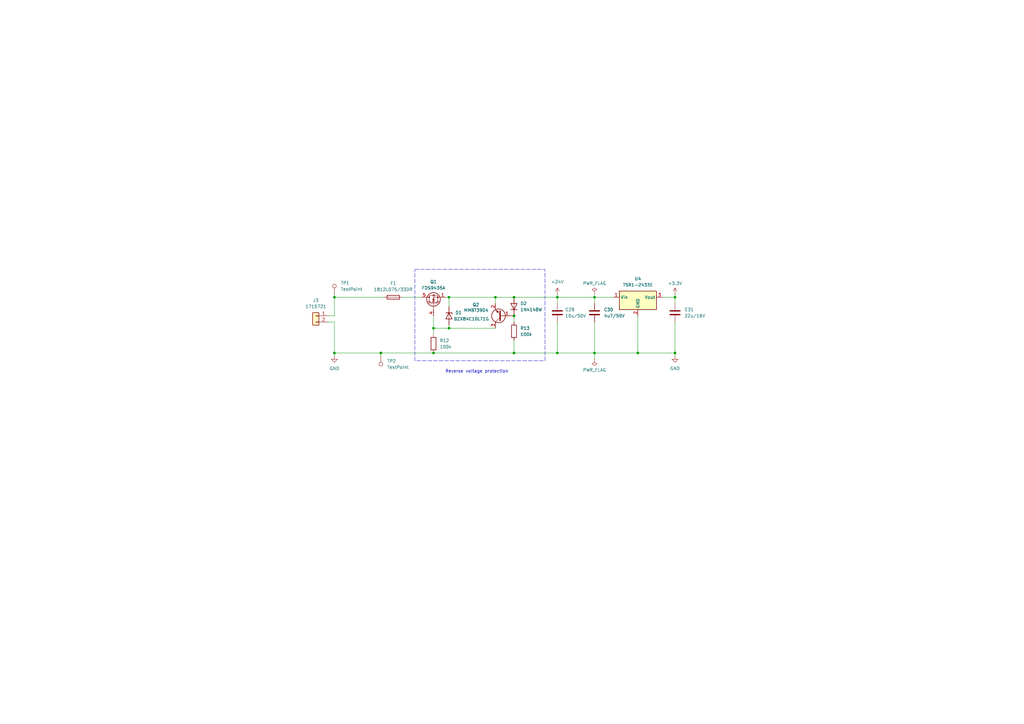
<source format=kicad_sch>
(kicad_sch (version 20250114) (generator "eeschema") (generator_version "9.0")
  (paper "A3")
  (lib_symbols
    (symbol "Connector:TestPoint" (pin_numbers (hide yes)) (pin_names (offset 0.762) (hide yes))
      (property "Reference" "TP" (at 0 6.858 0))
      (property "Value" "TestPoint" (at 0 5.08 0))
      (symbol "TestPoint_0_1"
        (circle (center 0 3.302) (radius 0.762))
      )
      (symbol "TestPoint_1_1"
        (pin passive line (at 0 0 90) (length 2.54) (name "1") (number "1"))
      )
    )
    (symbol "Connector_Generic:Conn_01x02" (pin_names (offset 1.016) (hide yes))
      (property "Reference" "J" (at 0 2.54 0))
      (property "Value" "Conn_01x02" (at 0 -5.08 0))
      (symbol "Conn_01x02_1_1"
        (rectangle (start -1.27 1.27) (end 1.27 -3.81) (stroke (width 0.254)) (fill (type background)))
        (rectangle (start -1.27 0.127) (end 0 -0.127) (stroke (width 0.1524)))
        (rectangle (start -1.27 -2.413) (end 0 -2.667) (stroke (width 0.1524)))
        (pin passive line (at -5.08 0 0) (length 3.81) (name "Pin_1") (number "1"))
        (pin passive line (at -5.08 -2.54 0) (length 3.81) (name "Pin_2") (number "2"))
      )
    )
    (symbol "Converter_DCDC:TSR1-2433E"
      (property "Reference" "U" (at -7.62 6.35 0))
      (property "Value" "TSR1-2433E" (at -3.81 6.35 0))
      (symbol "TSR1-2433E_0_1"
        (rectangle (start -7.62 5.08) (end 7.62 -2.54) (stroke (width 0.254)) (fill (type background)))
      )
      (symbol "TSR1-2433E_1_1"
        (pin power_in line (at -10.16 2.54 0) (length 2.54) (name "Vin") (number "1"))
        (pin power_in line (at 0 -5.08 90) (length 2.54) (name "GND") (number "2"))
        (pin power_out line (at 10.16 2.54 180) (length 2.54) (name "Vout") (number "3"))
      )
    )
    (symbol "Device:C" (pin_numbers (hide yes)) (pin_names (offset 0.254))
      (property "Reference" "C" (at 0.635 2.54 0))
      (property "Value" "C" (at 0.635 -2.54 0))
      (symbol "C_0_1"
        (polyline (pts (xy -2.032 0.762) (xy 2.032 0.762)) (stroke (width 0.508)))
        (polyline (pts (xy -2.032 -0.762) (xy 2.032 -0.762)) (stroke (width 0.508)))
      )
      (symbol "C_1_1"
        (pin passive line (at 0 3.81 270) (length 2.794) (name "~") (number "1"))
        (pin passive line (at 0 -3.81 90) (length 2.794) (name "~") (number "2"))
      )
    )
    (symbol "Device:Fuse" (pin_numbers (hide yes)) (pin_names (offset 0))
      (property "Reference" "F" (at 2.032 0 90))
      (property "Value" "Fuse" (at -1.905 0 90))
      (symbol "Fuse_0_1"
        (rectangle (start -0.762 -2.54) (end 0.762 2.54) (stroke (width 0.254)))
        (polyline (pts (xy 0 2.54) (xy 0 -2.54)))
      )
      (symbol "Fuse_1_1"
        (pin passive line (at 0 3.81 270) (length 1.27) (name "~") (number "1"))
        (pin passive line (at 0 -3.81 90) (length 1.27) (name "~") (number "2"))
      )
    )
    (symbol "Device:R" (pin_numbers (hide yes)) (pin_names (offset 0))
      (property "Reference" "R" (at 2.032 0 90))
      (property "Value" "R" (at 0 0 90))
      (symbol "R_0_1"
        (rectangle (start -1.016 -2.54) (end 1.016 2.54) (stroke (width 0.254)))
      )
      (symbol "R_1_1"
        (pin passive line (at 0 3.81 270) (length 1.27) (name "~") (number "1"))
        (pin passive line (at 0 -3.81 90) (length 1.27) (name "~") (number "2"))
      )
    )
    (symbol "Diode:1N4148W" (pin_numbers (hide yes)) (pin_names (hide yes))
      (property "Reference" "D" (at 0 2.54 0))
      (property "Value" "1N4148W" (at 0 -2.54 0))
      (symbol "1N4148W_0_1"
        (polyline (pts (xy -1.27 1.27) (xy -1.27 -1.27)) (stroke (width 0.254)))
        (polyline (pts (xy 1.27 1.27) (xy 1.27 -1.27) (xy -1.27 0) (xy 1.27 1.27)) (stroke (width 0.254)))
        (polyline (pts (xy 1.27 0) (xy -1.27 0)))
      )
      (symbol "1N4148W_1_1"
        (pin passive line (at -3.81 0 0) (length 2.54) (name "K") (number "1"))
        (pin passive line (at 3.81 0 180) (length 2.54) (name "A") (number "2"))
      )
    )
    (symbol "Diode:BZX84Cxx" (pin_numbers (hide yes)) (pin_names (hide yes))
      (property "Reference" "D" (at 0 3.81 0))
      (property "Value" "BZX84Cxx" (at 0 -3.81 0))
      (symbol "BZX84Cxx_0_1"
        (polyline (pts (xy -1.27 -1.27) (xy -1.27 1.27) (xy -0.762 1.27)) (stroke (width 0.254)))
        (polyline (pts (xy 1.27 0) (xy -1.27 0)))
        (polyline (pts (xy 1.27 -1.27) (xy 1.27 1.27) (xy -1.27 0) (xy 1.27 -1.27)) (stroke (width 0.254)))
      )
      (symbol "BZX84Cxx_1_1"
        (pin passive line (at -3.81 0 0) (length 2.54) (name "K") (number "3"))
        (pin no_connect line (at 1.27 0 180) (length 2.54) (hide yes) (name "NC") (number "2"))
        (pin passive line (at 3.81 0 180) (length 2.54) (name "A") (number "1"))
      )
    )
    (symbol "Transistor_BJT:MMBT3904" (pin_names (offset 0) (hide yes))
      (property "Reference" "Q" (at 5.08 1.905 0))
      (property "Value" "MMBT3904" (at 5.08 0 0))
      (symbol "MMBT3904_0_1"
        (polyline (pts (xy 0.635 1.905) (xy 0.635 -1.905) (xy 0.635 -1.905)) (stroke (width 0.508)))
        (polyline (pts (xy 0.635 0.635) (xy 2.54 2.54)))
        (polyline (pts (xy 0.635 -0.635) (xy 2.54 -2.54) (xy 2.54 -2.54)))
        (circle (center 1.27 0) (radius 2.8194) (stroke (width 0.254)))
        (polyline (pts (xy 1.27 -1.778) (xy 1.778 -1.27) (xy 2.286 -2.286) (xy 1.27 -1.778) (xy 1.27 -1.778)) (fill (type outline)))
      )
      (symbol "MMBT3904_1_1"
        (pin input line (at -5.08 0 0) (length 5.715) (name "B") (number "1"))
        (pin passive line (at 2.54 5.08 270) (length 2.54) (name "C") (number "3"))
        (pin passive line (at 2.54 -5.08 90) (length 2.54) (name "E") (number "2"))
      )
    )
    (symbol "Transistor_FET:FDS9435A" (pin_names (hide yes))
      (property "Reference" "Q" (at 5.08 1.905 0))
      (property "Value" "FDS9435A" (at 5.08 0 0))
      (symbol "FDS9435A_0_1"
        (polyline (pts (xy 0.254 1.905) (xy 0.254 -1.905)) (stroke (width 0.254)))
        (polyline (pts (xy 0.254 0) (xy -2.54 0)))
        (polyline (pts (xy 0.762 2.286) (xy 0.762 1.27)) (stroke (width 0.254)))
        (polyline (pts (xy 0.762 1.778) (xy 3.302 1.778) (xy 3.302 -1.778) (xy 0.762 -1.778)))
        (polyline (pts (xy 0.762 0.508) (xy 0.762 -0.508)) (stroke (width 0.254)))
        (polyline (pts (xy 0.762 -1.27) (xy 0.762 -2.286)) (stroke (width 0.254)))
        (circle (center 1.651 0) (radius 2.794) (stroke (width 0.254)))
        (polyline (pts (xy 2.286 0) (xy 1.27 0.381) (xy 1.27 -0.381) (xy 2.286 0)) (fill (type outline)))
        (polyline (pts (xy 2.54 2.54) (xy 2.54 1.778)))
        (circle (center 2.54 1.778) (radius 0.254) (fill (type outline)))
        (circle (center 2.54 -1.778) (radius 0.254) (fill (type outline)))
        (polyline (pts (xy 2.54 -2.54) (xy 2.54 0) (xy 0.762 0)))
        (polyline (pts (xy 2.794 -0.508) (xy 2.921 -0.381) (xy 3.683 -0.381) (xy 3.81 -0.254)))
        (polyline (pts (xy 3.302 -0.381) (xy 2.921 0.254) (xy 3.683 0.254) (xy 3.302 -0.381)))
      )
      (symbol "FDS9435A_1_1"
        (pin passive line (at -5.08 0 0) (length 2.54) (name "G") (number "4"))
        (pin passive line (at 2.54 5.08 270) (length 2.54) (name "D") (number "5"))
        (pin passive line (at 2.54 5.08 270) (length 2.54) (hide yes) (name "D") (number "6"))
        (pin passive line (at 2.54 5.08 270) (length 2.54) (hide yes) (name "D") (number "7"))
        (pin passive line (at 2.54 5.08 270) (length 2.54) (hide yes) (name "D") (number "8"))
        (pin passive line (at 2.54 -5.08 90) (length 2.54) (name "S") (number "1"))
        (pin passive line (at 2.54 -5.08 90) (length 2.54) (hide yes) (name "S") (number "2"))
        (pin passive line (at 2.54 -5.08 90) (length 2.54) (hide yes) (name "S") (number "3"))
      )
    )
    (symbol "power:+24V" (power) (pin_numbers (hide yes)) (pin_names (offset 0) (hide yes))
      (property "Value" "+24V" (at 0 3.556 0))
      (symbol "+24V_0_1"
        (polyline (pts (xy -0.762 1.27) (xy 0 2.54)))
        (polyline (pts (xy 0 2.54) (xy 0.762 1.27)))
        (polyline (pts (xy 0 0) (xy 0 2.54)))
      )
      (symbol "+24V_1_1"
        (pin power_in line (at 0 0 90) (length 0) (name "~") (number "1"))
      )
    )
    (symbol "power:+3.3V" (power) (pin_numbers (hide yes)) (pin_names (offset 0) (hide yes))
      (property "Value" "+3.3V" (at 0 3.556 0))
      (symbol "+3.3V_0_1"
        (polyline (pts (xy -0.762 1.27) (xy 0 2.54)))
        (polyline (pts (xy 0 2.54) (xy 0.762 1.27)))
        (polyline (pts (xy 0 0) (xy 0 2.54)))
      )
      (symbol "+3.3V_1_1"
        (pin power_in line (at 0 0 90) (length 0) (name "~") (number "1"))
      )
    )
    (symbol "power:GND" (power) (pin_numbers (hide yes)) (pin_names (offset 0) (hide yes))
      (property "Value" "GND" (at 0 -3.81 0))
      (symbol "GND_0_1"
        (polyline (pts (xy 0 0) (xy 0 -1.27) (xy 1.27 -1.27) (xy 0 -2.54) (xy -1.27 -1.27) (xy 0 -1.27)))
      )
      (symbol "GND_1_1"
        (pin power_in line (at 0 0 270) (length 0) (name "~") (number "1"))
      )
    )
    (symbol "power:PWR_FLAG" (power) (pin_numbers (hide yes)) (pin_names (offset 0) (hide yes))
      (property "Value" "PWR_FLAG" (at 0 3.81 0))
      (symbol "PWR_FLAG_0_0"
        (pin power_out line (at 0 0 90) (length 0) (name "~") (number "1"))
      )
      (symbol "PWR_FLAG_0_1"
        (polyline (pts (xy 0 0) (xy 0 1.27) (xy -1.016 1.905) (xy 0 2.54) (xy 1.016 1.905) (xy 0 1.27)))
      )
    )
  )
  (rectangle (start 170.18 110.49) (end 223.52 147.955) (stroke (width 0) (type dash)))
  (text "Reverse voltage protection" (at 195.58 152.4 0) (effects (font (size 1.27 1.27))))
  (junction (at 276.86 144.78))
  (junction (at 228.6 144.78))
  (junction (at 261.62 144.78))
  (junction (at 184.15 134.62))
  (junction (at 177.8 134.62))
  (junction (at 243.84 144.78))
  (junction (at 184.15 121.92))
  (junction (at 243.84 121.92))
  (junction (at 276.86 121.92))
  (junction (at 228.6 121.92))
  (junction (at 137.16 121.92))
  (junction (at 177.8 144.78))
  (junction (at 156.21 144.78))
  (junction (at 203.2 121.92))
  (junction (at 210.82 121.92))
  (junction (at 210.82 129.54))
  (junction (at 210.82 144.78))
  (junction (at 137.16 144.78))
  (wire (pts (xy 276.86 120.65) (xy 276.86 121.92)))
  (wire (pts (xy 165.1 121.92) (xy 172.72 121.92)))
  (wire (pts (xy 184.15 121.92) (xy 184.15 125.73)))
  (wire (pts (xy 228.6 121.92) (xy 228.6 124.46)))
  (wire (pts (xy 137.16 121.92) (xy 157.48 121.92)))
  (wire (pts (xy 137.16 120.65) (xy 137.16 121.92)))
  (wire (pts (xy 271.78 121.92) (xy 276.86 121.92)))
  (wire (pts (xy 156.21 146.05) (xy 156.21 144.78)))
  (wire (pts (xy 134.62 129.54) (xy 137.16 129.54)))
  (wire (pts (xy 243.84 121.92) (xy 251.46 121.92)))
  (wire (pts (xy 184.15 134.62) (xy 203.2 134.62)))
  (wire (pts (xy 228.6 144.78) (xy 243.84 144.78)))
  (wire (pts (xy 156.21 144.78) (xy 177.8 144.78)))
  (wire (pts (xy 184.15 133.35) (xy 184.15 134.62)))
  (wire (pts (xy 184.15 121.92) (xy 203.2 121.92)))
  (wire (pts (xy 177.8 129.54) (xy 177.8 134.62)))
  (wire (pts (xy 243.84 147.32) (xy 243.84 144.78)))
  (wire (pts (xy 243.84 120.65) (xy 243.84 121.92)))
  (wire (pts (xy 203.2 121.92) (xy 203.2 124.46)))
  (wire (pts (xy 276.86 146.05) (xy 276.86 144.78)))
  (wire (pts (xy 243.84 132.08) (xy 243.84 144.78)))
  (wire (pts (xy 177.8 134.62) (xy 177.8 137.16)))
  (wire (pts (xy 137.16 132.08) (xy 134.62 132.08)))
  (wire (pts (xy 210.82 121.92) (xy 228.6 121.92)))
  (wire (pts (xy 261.62 129.54) (xy 261.62 144.78)))
  (wire (pts (xy 276.86 124.46) (xy 276.86 121.92)))
  (wire (pts (xy 137.16 132.08) (xy 137.16 144.78)))
  (wire (pts (xy 210.82 139.7) (xy 210.82 144.78)))
  (wire (pts (xy 228.6 121.92) (xy 243.84 121.92)))
  (wire (pts (xy 228.6 120.65) (xy 228.6 121.92)))
  (wire (pts (xy 184.15 134.62) (xy 177.8 134.62)))
  (wire (pts (xy 137.16 144.78) (xy 137.16 146.05)))
  (wire (pts (xy 228.6 132.08) (xy 228.6 144.78)))
  (wire (pts (xy 243.84 121.92) (xy 243.84 124.46)))
  (wire (pts (xy 182.88 121.92) (xy 184.15 121.92)))
  (wire (pts (xy 210.82 144.78) (xy 228.6 144.78)))
  (wire (pts (xy 276.86 144.78) (xy 276.86 132.08)))
  (wire (pts (xy 243.84 144.78) (xy 261.62 144.78)))
  (wire (pts (xy 137.16 129.54) (xy 137.16 121.92)))
  (wire (pts (xy 203.2 121.92) (xy 210.82 121.92)))
  (wire (pts (xy 156.21 144.78) (xy 137.16 144.78)))
  (wire (pts (xy 261.62 144.78) (xy 276.86 144.78)))
  (wire (pts (xy 210.82 129.54) (xy 210.82 132.08)))
  (wire (pts (xy 177.8 144.78) (xy 210.82 144.78)))
  (symbol (lib_id "power:+24V") (at 228.6 120.65 0) (unit 1)
    (property "Reference" "#PWR052" (effects (hide yes)))
    (property "Value" "+24V" (at 228.6 115.57 0))
    (property "Description" "Power symbol creates a global label with name \"+24V\"" (effects (hide yes)))
  )
  (symbol (lib_id "Device:C") (at 228.6 128.27 0) (unit 1)
    (property "Reference" "C29" (at 231.775 127 0) (effects (justify left)))
    (property "Value" "10u/50V" (at 231.775 129.54 0) (effects (justify left)))
    (property "Footprint" "Capacitor_SMD:C_1210_3225Metric_Pad1.33x2.70mm_HandSolder" (effects (hide yes)))
  )
  (symbol (lib_id "Device:R") (at 177.8 140.97 0) (unit 1)
    (property "Reference" "R12" (at 180.34 139.7 0) (effects (justify left)))
    (property "Value" "100k" (at 180.34 142.24 0) (effects (justify left)))
    (property "Footprint" "Resistor_SMD:R_0603_1608Metric_Pad0.98x0.95mm_HandSolder" (effects (hide yes)))
  )
  (symbol (lib_id "Connector:TestPoint") (at 156.21 146.05 180) (unit 1)
    (property "Reference" "TP2" (at 158.75 148.0819 0) (effects (justify right)))
    (property "Value" "TestPoint" (at 158.75 150.6219 0) (effects (justify right)))
    (property "Footprint" "TestPoint:TestPoint_Pad_D2.0mm" (effects (hide yes)))
    (property "Description" "test point" (effects (hide yes)))
  )
  (symbol (lib_id "Device:Fuse") (at 161.29 121.92 90) (unit 1)
    (property "Reference" "F1" (at 161.29 116.205 90))
    (property "Value" "1812L075/33DR" (at 161.29 118.745 90))
    (property "Footprint" "Fuse:Fuse_1812_4532Metric_Pad1.30x3.40mm_HandSolder" (effects (hide yes)))
  )
  (symbol (lib_id "Diode:BZX84Cxx") (at 184.15 129.54 270) (unit 1)
    (property "Reference" "D1" (at 186.69 128.27 90) (effects (justify left)))
    (property "Value" "BZX84C10LT1G" (at 186.055 130.81 90) (effects (justify left)))
    (property "Footprint" "Package_TO_SOT_SMD:SOT-23" (effects (hide yes)))
    (property "Datasheet" "https://diotec.com/tl_files/diotec/files/pdf/datasheets/bzx84c2v4.pdf" (effects (hide yes)))
  )
  (symbol (lib_id "power:+3.3V") (at 276.86 120.65 0) (unit 1)
    (property "Reference" "#PWR053" (effects (hide yes)))
    (property "Value" "+3.3V" (at 276.86 116.205 0))
    (property "Description" "Power symbol creates a global label with name \"+3.3V\"" (effects (hide yes)))
  )
  (symbol (lib_id "power:PWR_FLAG") (at 243.84 147.32 180) (unit 1)
    (property "Reference" "#FLG06" (effects (hide yes)))
    (property "Value" "PWR_FLAG" (at 243.84 151.765 0))
    (property "Description" "Special symbol for telling ERC where power comes from" (effects (hide yes)))
  )
  (symbol (lib_id "Transistor_BJT:MMBT3904") (at 205.74 129.54 180) (unit 1)
    (property "Reference" "Q2" (at 196.596 124.968 0) (effects (justify left)))
    (property "Value" "MMBT3904" (at 200.406 127.254 0) (effects (justify left)))
    (property "Footprint" "Package_TO_SOT_SMD:SOT-23" (effects (hide yes)))
    (property "Datasheet" "https://www.onsemi.com/pdf/datasheet/pzt3904-d.pdf" (effects (hide yes)))
  )
  (symbol (lib_id "Converter_DCDC:TSR1-2433E") (at 261.62 124.46 0) (unit 1)
    (property "Reference" "U4" (at 261.62 114.3 0))
    (property "Value" "TSR1-2433E" (at 261.62 116.84 0))
    (property "Footprint" "Converter_DCDC:Converter_DCDC_TRACO_TSR1-xxxxE_THT" (effects (hide yes)))
    (property "Datasheet" "https://www.tracopower.com/products/tsr1e.pdf" (effects (hide yes)))
    (property "Description" "1A step-down regulator, fixed 3.3V output voltage, 6-36V input voltage, TO-220 compatible LM78xx replacement" (effects (hide yes)))
  )
  (symbol (lib_id "Device:C") (at 243.84 128.27 0) (unit 1)
    (property "Reference" "C30" (at 247.65 127 0) (effects (justify left)))
    (property "Value" "4u7/50V" (at 247.65 129.54 0) (effects (justify left)))
    (property "Footprint" "Capacitor_SMD:C_1210_3225Metric_Pad1.33x2.70mm_HandSolder" (effects (hide yes)))
  )
  (symbol (lib_id "Device:R") (at 210.82 135.89 0) (unit 1)
    (property "Reference" "R13" (at 213.36 134.62 0) (effects (justify left)))
    (property "Value" "100k" (at 213.36 137.16 0) (effects (justify left)))
    (property "Footprint" "Resistor_SMD:R_0603_1608Metric_Pad0.98x0.95mm_HandSolder" (effects (hide yes)))
  )
  (symbol (lib_id "Connector_Generic:Conn_01x02") (at 129.54 129.54 0) (mirror y) (unit 1)
    (property "Reference" "J3" (at 129.54 123.19 0))
    (property "Value" "1715721" (at 129.54 125.73 0))
    (property "Footprint" "TerminalBlock_Phoenix:TerminalBlock_Phoenix_MKDS-1,5-2_1x02_P5.00mm_Horizontal" (effects (hide yes)))
  )
  (symbol (lib_id "Device:C") (at 276.86 128.27 0) (unit 1)
    (property "Reference" "C31" (at 280.67 126.9999 0) (effects (justify left)))
    (property "Value" "22u/16V" (at 280.67 129.5399 0) (effects (justify left)))
    (property "Footprint" "Capacitor_SMD:C_1210_3225Metric_Pad1.33x2.70mm_HandSolder" (effects (hide yes)))
    (property "Description" "Unpolarized capacitor" (effects (hide yes)))
  )
  (symbol (lib_id "power:GND") (at 137.16 146.05 0) (unit 1)
    (property "Reference" "#PWR0172" (effects (hide yes)))
    (property "Value" "GND" (at 137.16 151.13 0))
    (property "Description" "Power symbol creates a global label with name \"GND\" , ground" (effects (hide yes)))
  )
  (symbol (lib_id "power:PWR_FLAG") (at 243.84 120.65 0) (unit 1)
    (property "Reference" "#FLG05" (effects (hide yes)))
    (property "Value" "PWR_FLAG" (at 243.84 116.205 0))
    (property "Description" "Special symbol for telling ERC where power comes from" (effects (hide yes)))
  )
  (symbol (lib_id "Transistor_FET:FDS9435A") (at 177.8 124.46 90) (unit 1)
    (property "Reference" "Q1" (at 177.8 115.57 90))
    (property "Value" "FDS9435A" (at 177.8 118.11 90))
    (property "Footprint" "Package_SO:SOIC-8_3.9x4.9mm_P1.27mm" (effects (hide yes)))
    (property "Datasheet" "https://www.onsemi.com/pub/Collateral/FDS9435A-D.PDF" (effects (hide yes)))
    (property "Description" "-5.3A Id, -30V Vds, P-Channel MOSFET, 50mOhm Ron, SO-8" (effects (hide yes)))
  )
  (symbol (lib_id "Diode:1N4148W") (at 210.82 125.73 90) (unit 1)
    (property "Reference" "D2" (at 213.36 124.46 90) (effects (justify right)))
    (property "Value" "1N4148W" (at 213.36 127 90) (effects (justify right)))
    (property "Footprint" "Diode_SMD:D_SOD-123" (effects (hide yes)))
    (property "Datasheet" "https://www.vishay.com/docs/85748/1n4148w.pdf" (effects (hide yes)))
    (property "Sim.Device" "D" (effects (hide yes)))
    (property "Sim.Pins" "1=K 2=A" (effects (hide yes)))
  )
  (symbol (lib_id "Connector:TestPoint") (at 137.16 120.65 0) (unit 1)
    (property "Reference" "TP1" (at 139.7 116.0779 0) (effects (justify left)))
    (property "Value" "TestPoint" (at 139.7 118.6179 0) (effects (justify left)))
    (property "Footprint" "TestPoint:TestPoint_Pad_D2.0mm" (effects (hide yes)))
    (property "Description" "test point" (effects (hide yes)))
  )
  (symbol (lib_id "power:GND") (at 276.86 146.05 0) (unit 1)
    (property "Reference" "#PWR054" (effects (hide yes)))
    (property "Value" "GND" (at 276.86 151.13 0))
    (property "Description" "Power symbol creates a global label with name \"GND\" , ground" (effects (hide yes)))
  )
)
</source>
